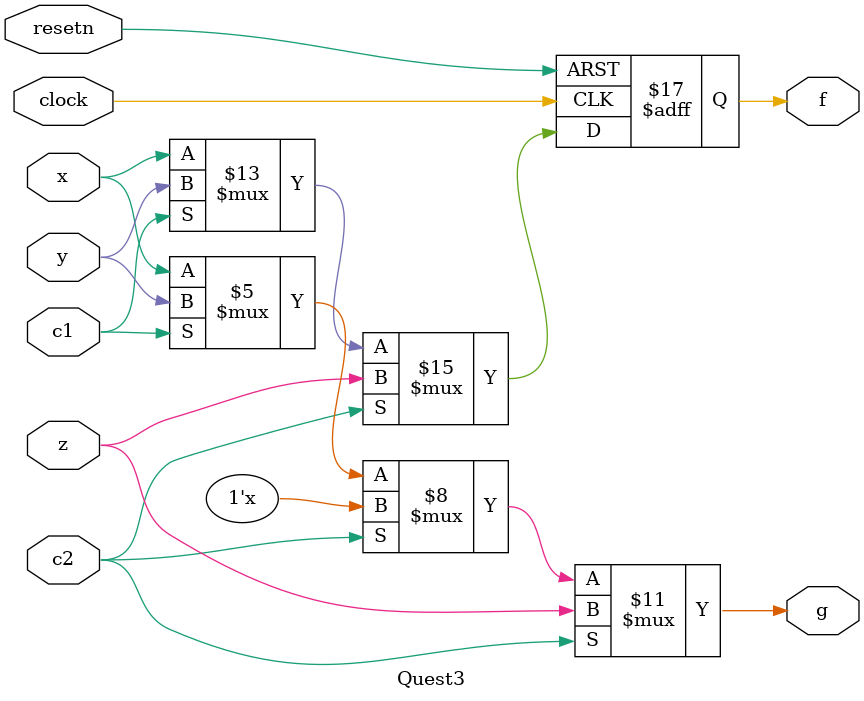
<source format=sv>
module Quest3 ( input logic resetn , clock , x , y , z , c1 , c2 ,
					 output logic f , g );

always_ff @(posedge clock or negedge resetn)
begin
	if (!resetn) begin
		f <= 1'b0;
	end
	else begin
		f <= x;
		if (c1) f <= y;
		if (c2) f <= z;
	end
end

always_comb
begin
	if (c2) g = z;
	else if (c1) g = y;
	else g = x;
end

endmodule 
</source>
